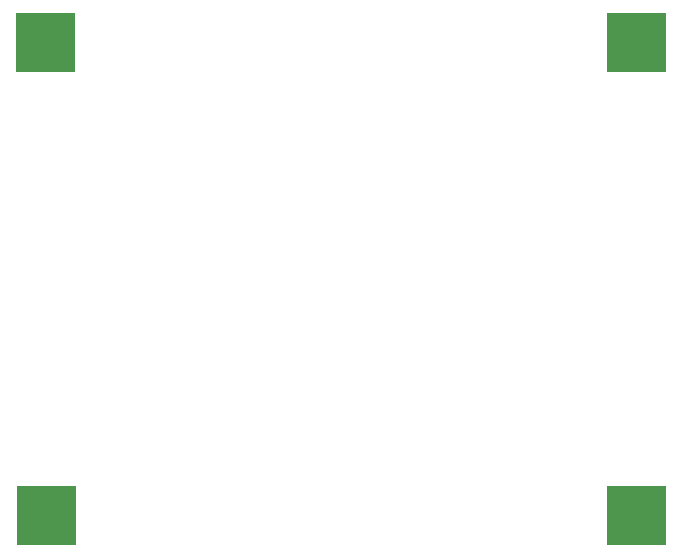
<source format=gbr>
G04*
G04 #@! TF.GenerationSoftware,Altium Limited,Altium Designer,23.7.1 (13)*
G04*
G04 Layer_Color=32768*
%FSLAX25Y25*%
%MOIN*%
G70*
G04*
G04 #@! TF.SameCoordinates,AF00DCEB-AC48-4C7C-91EA-99F42E284231*
G04*
G04*
G04 #@! TF.FilePolarity,Positive*
G04*
G01*
G75*
G36*
X266536Y-344094D02*
X246850D01*
Y-324409D01*
X266536D01*
Y-344094D01*
D02*
G37*
G36*
X266142Y-186615D02*
X246456D01*
Y-166929D01*
X266142D01*
Y-186615D01*
D02*
G37*
G36*
X462993Y-344095D02*
X443307D01*
Y-324410D01*
X462993D01*
Y-344095D01*
D02*
G37*
G36*
X462992Y-186615D02*
X443306D01*
Y-166929D01*
X462992D01*
Y-186615D01*
D02*
G37*
M02*

</source>
